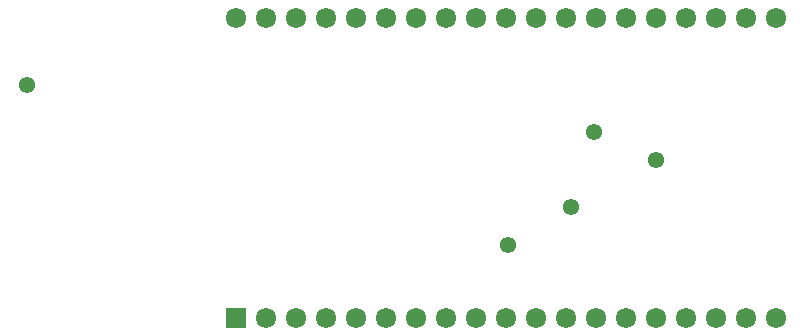
<source format=gbr>
G04 DesignSpark PCB Gerber Version 10.0 Build 5299*
G04 #@! TF.Part,Single*
G04 #@! TF.FileFunction,Soldermask,Bot*
G04 #@! TF.FilePolarity,Negative*
%FSLAX35Y35*%
%MOIN*%
G04 #@! TA.AperFunction,WasherPad*
%ADD24R,0.06772X0.06772*%
G04 #@! TA.AperFunction,ViaPad*
%ADD20C,0.05430*%
G04 #@! TA.AperFunction,WasherPad*
%ADD23C,0.06772*%
G04 #@! TD.AperFunction*
X0Y0D02*
D02*
D20*
X97100Y85055D03*
X257337Y31492D03*
X278203Y44307D03*
X286077Y69307D03*
X306549Y60055D03*
D02*
D23*
X166549Y107299D03*
X176549Y7299D03*
Y107299D03*
X186549Y7299D03*
Y107299D03*
X196549Y7299D03*
Y107299D03*
X206549Y7299D03*
Y107299D03*
X216549Y7299D03*
Y107299D03*
X226549Y7299D03*
Y107299D03*
X236549Y7299D03*
Y107299D03*
X246549Y7299D03*
Y107299D03*
X256549Y7299D03*
Y107299D03*
X266549Y7299D03*
Y107299D03*
X276549Y7299D03*
Y107299D03*
X286549Y7299D03*
Y107299D03*
X296549Y7299D03*
Y107299D03*
X306549Y7299D03*
Y107299D03*
X316549Y7299D03*
Y107299D03*
X326549Y7299D03*
Y107299D03*
X336549Y7299D03*
Y107299D03*
X346549Y7299D03*
Y107299D03*
D02*
D24*
X166549Y7299D03*
X0Y0D02*
M02*

</source>
